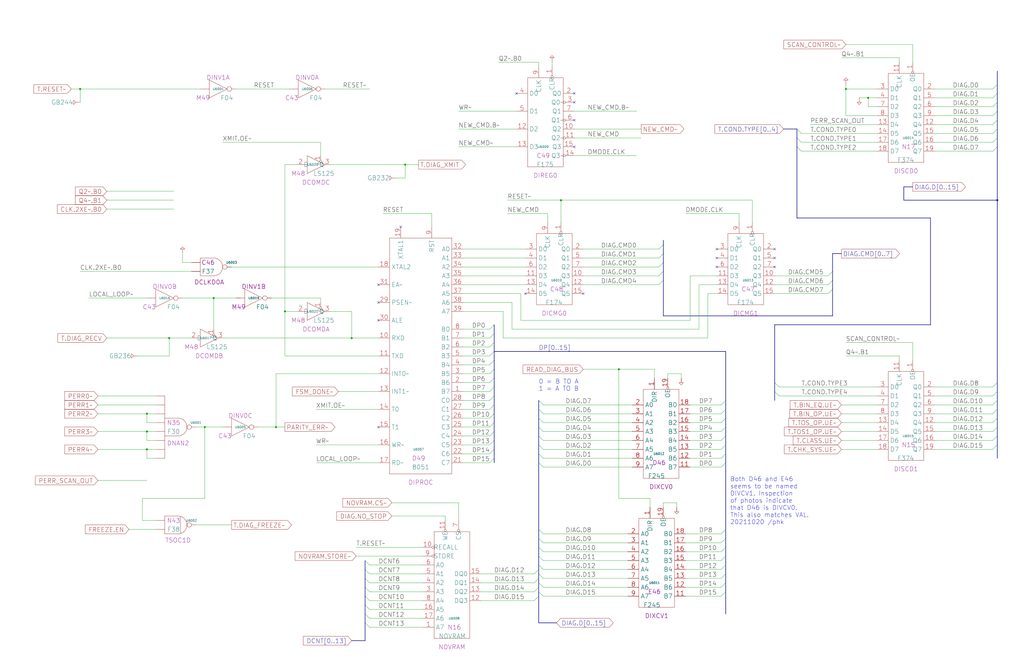
<source format=kicad_sch>
(kicad_sch (version 20250114) (generator "eeschema") (generator_version "9.0")
  (paper "User" 584.2 378.46)
  (title_block (title "DIAGNOSTIC PROCESSOR\\n8051 AND NOVRAM") (date "15-MAR-90") (rev "1.0") (comment 1 "TYPE") (comment 2 "232-003062") (comment 3 "S400") (comment 4 "RELEASED"))
  (text "Both D46 and E46\nseems to be named\nDIVCV1. Inspection\nof photos indicate\nthat D46 is DIVCV0.\nThis also matches VAL.\n20211020 /phk " (at 416.56 299.72 0) (effects (font (size 2.54 2.54)) (justify left bottom)))
  (text "0 = B TO A\n1 = A TO B\n" (at 307.34 223.52 0) (effects (font (size 2.54 2.54)) (justify left bottom)))
  (junction (at 45.72 50.8))
  (junction (at 116.84 243.84))
  (junction (at 157.48 243.84))
  (junction (at 83.82 256.54))
  (junction (at 200.66 193.04))
  (junction (at 495.3 55.88))
  (junction (at 83.82 236.22))
  (junction (at 482.6 50.8))
  (junction (at 121.92 170.18))
  (junction (at 320.04 114.3))
  (junction (at 162.56 177.8))
  (junction (at 353.06 210.82))
  (junction (at 231.14 93.98))
  (junction (at 83.82 246.38))
  (junction (at 568.96 114.3))
  (junction (at 96.52 193.04))
  (no_connect (at 215.9 162.56))
  (no_connect (at 332.74 167.64))
  (no_connect (at 441.96 142.24))
  (no_connect (at 215.9 182.88))
  (no_connect (at 228.6 129.54))
  (no_connect (at 408.94 152.4))
  (no_connect (at 299.72 167.64))
  (no_connect (at 327.66 58.42))
  (no_connect (at 408.94 147.32))
  (no_connect (at 408.94 142.24))
  (no_connect (at 441.96 147.32))
  (no_connect (at 215.9 172.72))
  (no_connect (at 441.96 152.4))
  (no_connect (at 215.9 243.84))
  (no_connect (at 327.66 53.34))
  (no_connect (at 327.66 68.58))
  (no_connect (at 327.66 83.82))
  (no_connect (at 294.64 53.34))
  (bus_entry (at 414.02 317.5) (size -2.54 2.54))
  (bus_entry (at 414.02 248.92) (size -2.54 2.54))
  (bus_entry (at 414.02 243.84) (size -2.54 2.54))
  (bus_entry (at 208.28 325.12) (size 2.54 2.54))
  (bus_entry (at 441.96 218.44) (size 2.54 2.54))
  (bus_entry (at 307.34 228.6) (size 2.54 2.54))
  (bus_entry (at 307.34 332.74) (size 2.54 2.54))
  (bus_entry (at 568.96 254) (size -2.54 2.54))
  (bus_entry (at 307.34 243.84) (size 2.54 2.54))
  (bus_entry (at 281.94 251.46) (size -2.54 2.54))
  (bus_entry (at 414.02 332.74) (size -2.54 2.54))
  (bus_entry (at 307.34 335.28) (size -2.54 2.54))
  (bus_entry (at 307.34 259.08) (size 2.54 2.54))
  (bus_entry (at 378.46 139.7) (size -2.54 2.54))
  (bus_entry (at 414.02 322.58) (size -2.54 2.54))
  (bus_entry (at 208.28 345.44) (size 2.54 2.54))
  (bus_entry (at 414.02 228.6) (size -2.54 2.54))
  (bus_entry (at 281.94 195.58) (size -2.54 2.54))
  (bus_entry (at 568.96 58.42) (size -2.54 2.54))
  (bus_entry (at 307.34 340.36) (size -2.54 2.54))
  (bus_entry (at 414.02 233.68) (size -2.54 2.54))
  (bus_entry (at 568.96 63.5) (size -2.54 2.54))
  (bus_entry (at 307.34 312.42) (size 2.54 2.54))
  (bus_entry (at 414.02 254) (size -2.54 2.54))
  (bus_entry (at 414.02 264.16) (size -2.54 2.54))
  (bus_entry (at 414.02 337.82) (size -2.54 2.54))
  (bus_entry (at 454.66 83.82) (size 2.54 2.54))
  (bus_entry (at 454.66 73.66) (size 2.54 2.54))
  (bus_entry (at 454.66 78.74) (size 2.54 2.54))
  (bus_entry (at 281.94 220.98) (size -2.54 2.54))
  (bus_entry (at 307.34 317.5) (size 2.54 2.54))
  (bus_entry (at 414.02 312.42) (size -2.54 2.54))
  (bus_entry (at 208.28 335.28) (size 2.54 2.54))
  (bus_entry (at 474.98 154.94) (size -2.54 2.54))
  (bus_entry (at 568.96 243.84) (size -2.54 2.54))
  (bus_entry (at 281.94 246.38) (size -2.54 2.54))
  (bus_entry (at 378.46 160.02) (size -2.54 2.54))
  (bus_entry (at 208.28 320.04) (size 2.54 2.54))
  (bus_entry (at 378.46 144.78) (size -2.54 2.54))
  (bus_entry (at 281.94 256.54) (size -2.54 2.54))
  (bus_entry (at 307.34 307.34) (size 2.54 2.54))
  (bus_entry (at 307.34 238.76) (size 2.54 2.54))
  (bus_entry (at 378.46 149.86) (size -2.54 2.54))
  (bus_entry (at 281.94 200.66) (size -2.54 2.54))
  (bus_entry (at 414.02 327.66) (size -2.54 2.54))
  (bus_entry (at 281.94 185.42) (size -2.54 2.54))
  (bus_entry (at 208.28 340.36) (size 2.54 2.54))
  (bus_entry (at 307.34 325.12) (size -2.54 2.54))
  (bus_entry (at 281.94 205.74) (size -2.54 2.54))
  (bus_entry (at 307.34 264.16) (size 2.54 2.54))
  (bus_entry (at 307.34 254) (size 2.54 2.54))
  (bus_entry (at 568.96 73.66) (size -2.54 2.54))
  (bus_entry (at 568.96 233.68) (size -2.54 2.54))
  (bus_entry (at 474.98 160.02) (size -2.54 2.54))
  (bus_entry (at 281.94 215.9) (size -2.54 2.54))
  (bus_entry (at 568.96 78.74) (size -2.54 2.54))
  (bus_entry (at 307.34 322.58) (size 2.54 2.54))
  (bus_entry (at 568.96 53.34) (size -2.54 2.54))
  (bus_entry (at 474.98 165.1) (size -2.54 2.54))
  (bus_entry (at 281.94 236.22) (size -2.54 2.54))
  (bus_entry (at 568.96 228.6) (size -2.54 2.54))
  (bus_entry (at 568.96 48.26) (size -2.54 2.54))
  (bus_entry (at 307.34 337.82) (size 2.54 2.54))
  (bus_entry (at 441.96 223.52) (size 2.54 2.54))
  (bus_entry (at 414.02 238.76) (size -2.54 2.54))
  (bus_entry (at 281.94 210.82) (size -2.54 2.54))
  (bus_entry (at 208.28 330.2) (size 2.54 2.54))
  (bus_entry (at 307.34 248.92) (size 2.54 2.54))
  (bus_entry (at 568.96 83.82) (size -2.54 2.54))
  (bus_entry (at 568.96 248.92) (size -2.54 2.54))
  (bus_entry (at 568.96 223.52) (size -2.54 2.54))
  (bus_entry (at 307.34 330.2) (size -2.54 2.54))
  (bus_entry (at 208.28 355.6) (size 2.54 2.54))
  (bus_entry (at 281.94 231.14) (size -2.54 2.54))
  (bus_entry (at 281.94 190.5) (size -2.54 2.54))
  (bus_entry (at 378.46 154.94) (size -2.54 2.54))
  (bus_entry (at 281.94 226.06) (size -2.54 2.54))
  (bus_entry (at 307.34 302.26) (size 2.54 2.54))
  (bus_entry (at 281.94 241.3) (size -2.54 2.54))
  (bus_entry (at 568.96 218.44) (size -2.54 2.54))
  (bus_entry (at 307.34 327.66) (size 2.54 2.54))
  (bus_entry (at 414.02 307.34) (size -2.54 2.54))
  (bus_entry (at 307.34 233.68) (size 2.54 2.54))
  (bus_entry (at 414.02 259.08) (size -2.54 2.54))
  (bus_entry (at 568.96 238.76) (size -2.54 2.54))
  (bus_entry (at 568.96 68.58) (size -2.54 2.54))
  (bus_entry (at 208.28 350.52) (size 2.54 2.54))
  (bus_entry (at 414.02 302.26) (size -2.54 2.54))
  (bus_entry (at 281.94 261.62) (size -2.54 2.54))
  (wire (pts (xy 513.08 205.74) (xy 513.08 203.2)))
  (wire (pts (xy 210.82 327.66) (xy 241.3 327.66)))
  (bus (pts (xy 307.34 259.08) (xy 307.34 264.16)))
  (bus (pts (xy 281.94 256.54) (xy 281.94 261.62)))
  (wire (pts (xy 264.16 162.56) (xy 299.72 162.56)))
  (wire (pts (xy 309.88 330.2) (xy 358.14 330.2)))
  (wire (pts (xy 309.88 314.96) (xy 358.14 314.96)))
  (wire (pts (xy 327.66 63.5) (xy 363.22 63.5)))
  (wire (pts (xy 332.74 157.48) (xy 375.92 157.48)))
  (bus (pts (xy 474.98 165.1) (xy 474.98 180.34)))
  (wire (pts (xy 264.16 238.76) (xy 279.4 238.76)))
  (bus (pts (xy 281.94 261.62) (xy 281.94 264.16)))
  (wire (pts (xy 203.2 317.5) (xy 241.3 317.5)))
  (bus (pts (xy 281.94 246.38) (xy 281.94 251.46)))
  (bus (pts (xy 414.02 322.58) (xy 414.02 327.66)))
  (bus (pts (xy 414.02 312.42) (xy 414.02 317.5)))
  (wire (pts (xy 441.96 157.48) (xy 472.44 157.48)))
  (bus (pts (xy 414.02 317.5) (xy 414.02 322.58)))
  (bus (pts (xy 281.94 200.66) (xy 281.94 205.74)))
  (bus (pts (xy 208.28 335.28) (xy 208.28 340.36)))
  (bus (pts (xy 307.34 307.34) (xy 307.34 312.42)))
  (wire (pts (xy 309.88 340.36) (xy 358.14 340.36)))
  (wire (pts (xy 104.14 149.86) (xy 104.14 144.78)))
  (bus (pts (xy 568.96 58.42) (xy 568.96 63.5)))
  (bus (pts (xy 441.96 218.44) (xy 441.96 223.52)))
  (wire (pts (xy 60.96 119.38) (xy 99.06 119.38)))
  (wire (pts (xy 520.7 195.58) (xy 482.6 195.58)))
  (wire (pts (xy 533.4 251.46) (xy 566.42 251.46)))
  (bus (pts (xy 474.98 154.94) (xy 474.98 160.02)))
  (wire (pts (xy 81.28 284.48) (xy 116.84 284.48)))
  (wire (pts (xy 73.66 302.26) (xy 88.9 302.26)))
  (wire (pts (xy 533.4 220.98) (xy 566.42 220.98)))
  (wire (pts (xy 393.7 241.3) (xy 411.48 241.3)))
  (wire (pts (xy 162.56 203.2) (xy 215.9 203.2)))
  (wire (pts (xy 261.62 63.5) (xy 294.64 63.5)))
  (wire (pts (xy 533.4 236.22) (xy 566.42 236.22)))
  (wire (pts (xy 320.04 114.3) (xy 429.26 114.3)))
  (wire (pts (xy 391.16 325.12) (xy 411.48 325.12)))
  (bus (pts (xy 454.66 78.74) (xy 454.66 83.82)))
  (wire (pts (xy 533.4 81.28) (xy 566.42 81.28)))
  (wire (pts (xy 210.82 358.14) (xy 241.3 358.14)))
  (wire (pts (xy 111.76 243.84) (xy 116.84 243.84)))
  (wire (pts (xy 210.82 322.58) (xy 241.3 322.58)))
  (wire (pts (xy 121.92 170.18) (xy 134.62 170.18)))
  (bus (pts (xy 281.94 205.74) (xy 281.94 210.82)))
  (wire (pts (xy 60.96 109.22) (xy 99.06 109.22)))
  (bus (pts (xy 307.34 327.66) (xy 307.34 330.2)))
  (bus (pts (xy 414.02 200.66) (xy 414.02 228.6)))
  (wire (pts (xy 264.16 167.64) (xy 297.18 167.64)))
  (wire (pts (xy 309.88 309.88) (xy 358.14 309.88)))
  (bus (pts (xy 515.62 114.3) (xy 568.96 114.3)))
  (wire (pts (xy 121.92 170.18) (xy 121.92 187.96)))
  (wire (pts (xy 203.2 312.42) (xy 241.3 312.42)))
  (bus (pts (xy 307.34 228.6) (xy 307.34 233.68)))
  (bus (pts (xy 208.28 320.04) (xy 208.28 325.12)))
  (bus (pts (xy 568.96 114.3) (xy 568.96 218.44)))
  (wire (pts (xy 116.84 284.48) (xy 116.84 243.84)))
  (wire (pts (xy 327.66 78.74) (xy 365.76 78.74)))
  (wire (pts (xy 309.88 325.12) (xy 358.14 325.12)))
  (wire (pts (xy 284.48 35.56) (xy 307.34 35.56)))
  (wire (pts (xy 116.84 243.84) (xy 127 243.84)))
  (bus (pts (xy 307.34 335.28) (xy 307.34 337.82)))
  (wire (pts (xy 533.4 241.3) (xy 566.42 241.3)))
  (bus (pts (xy 281.94 210.82) (xy 281.94 215.9)))
  (wire (pts (xy 482.6 50.8) (xy 482.6 48.26)))
  (wire (pts (xy 482.6 66.04) (xy 482.6 50.8)))
  (bus (pts (xy 307.34 233.68) (xy 307.34 238.76)))
  (wire (pts (xy 309.88 320.04) (xy 358.14 320.04)))
  (wire (pts (xy 332.74 162.56) (xy 375.92 162.56)))
  (wire (pts (xy 393.7 231.14) (xy 411.48 231.14)))
  (bus (pts (xy 568.96 218.44) (xy 568.96 223.52)))
  (wire (pts (xy 274.32 332.74) (xy 304.8 332.74)))
  (bus (pts (xy 378.46 149.86) (xy 378.46 154.94)))
  (wire (pts (xy 533.4 256.54) (xy 566.42 256.54)))
  (wire (pts (xy 398.78 162.56) (xy 408.94 162.56)))
  (wire (pts (xy 429.26 127) (xy 429.26 114.3)))
  (bus (pts (xy 307.34 340.36) (xy 307.34 355.6)))
  (wire (pts (xy 264.16 213.36) (xy 279.4 213.36)))
  (bus (pts (xy 208.28 345.44) (xy 208.28 350.52)))
  (wire (pts (xy 60.96 193.04) (xy 96.52 193.04)))
  (wire (pts (xy 109.22 149.86) (xy 104.14 149.86)))
  (bus (pts (xy 281.94 200.66) (xy 414.02 200.66)))
  (wire (pts (xy 391.16 309.88) (xy 411.48 309.88)))
  (wire (pts (xy 312.42 127) (xy 312.42 121.92)))
  (bus (pts (xy 281.94 190.5) (xy 281.94 195.58)))
  (wire (pts (xy 480.06 33.02) (xy 513.08 33.02)))
  (bus (pts (xy 281.94 220.98) (xy 281.94 226.06)))
  (wire (pts (xy 403.86 167.64) (xy 408.94 167.64)))
  (bus (pts (xy 414.02 264.16) (xy 414.02 302.26)))
  (wire (pts (xy 533.4 246.38) (xy 566.42 246.38)))
  (wire (pts (xy 193.04 223.52) (xy 215.9 223.52)))
  (bus (pts (xy 414.02 327.66) (xy 414.02 332.74)))
  (wire (pts (xy 157.48 243.84) (xy 147.32 243.84)))
  (wire (pts (xy 83.82 236.22) (xy 88.9 236.22)))
  (bus (pts (xy 530.86 124.46) (xy 454.66 124.46)))
  (wire (pts (xy 500.38 66.04) (xy 482.6 66.04)))
  (wire (pts (xy 309.88 251.46) (xy 360.68 251.46)))
  (wire (pts (xy 264.16 233.68) (xy 279.4 233.68)))
  (wire (pts (xy 264.16 203.2) (xy 279.4 203.2)))
  (wire (pts (xy 55.88 274.32) (xy 83.82 274.32)))
  (wire (pts (xy 393.7 246.38) (xy 411.48 246.38)))
  (wire (pts (xy 180.34 233.68) (xy 215.9 233.68)))
  (wire (pts (xy 370.84 289.56) (xy 370.84 284.48)))
  (wire (pts (xy 215.9 213.36) (xy 157.48 213.36)))
  (bus (pts (xy 414.02 302.26) (xy 414.02 307.34)))
  (wire (pts (xy 297.18 182.88) (xy 393.7 182.88)))
  (wire (pts (xy 393.7 236.22) (xy 411.48 236.22)))
  (wire (pts (xy 480.06 231.14) (xy 500.38 231.14)))
  (wire (pts (xy 264.16 187.96) (xy 279.4 187.96)))
  (wire (pts (xy 210.82 332.74) (xy 241.3 332.74)))
  (bus (pts (xy 568.96 228.6) (xy 568.96 233.68)))
  (wire (pts (xy 96.52 193.04) (xy 109.22 193.04)))
  (bus (pts (xy 307.34 325.12) (xy 307.34 327.66)))
  (bus (pts (xy 414.02 332.74) (xy 414.02 337.82)))
  (bus (pts (xy 208.28 330.2) (xy 208.28 335.28)))
  (wire (pts (xy 391.16 330.2) (xy 411.48 330.2)))
  (bus (pts (xy 414.02 259.08) (xy 414.02 264.16)))
  (wire (pts (xy 421.64 127) (xy 421.64 121.92)))
  (wire (pts (xy 393.7 157.48) (xy 408.94 157.48)))
  (wire (pts (xy 81.28 297.18) (xy 81.28 284.48)))
  (wire (pts (xy 314.96 35.56) (xy 314.96 38.1)))
  (wire (pts (xy 373.38 210.82) (xy 353.06 210.82)))
  (wire (pts (xy 55.88 231.14) (xy 88.9 231.14)))
  (wire (pts (xy 264.16 259.08) (xy 279.4 259.08)))
  (wire (pts (xy 482.6 203.2) (xy 513.08 203.2)))
  (bus (pts (xy 568.96 254) (xy 568.96 261.62)))
  (bus (pts (xy 307.34 355.6) (xy 317.5 355.6)))
  (wire (pts (xy 533.4 226.06) (xy 566.42 226.06)))
  (bus (pts (xy 530.86 185.42) (xy 530.86 124.46)))
  (bus (pts (xy 441.96 223.52) (xy 441.96 228.6)))
  (bus (pts (xy 568.96 40.64) (xy 568.96 48.26)))
  (wire (pts (xy 309.88 246.38) (xy 360.68 246.38)))
  (wire (pts (xy 309.88 266.7) (xy 360.68 266.7)))
  (wire (pts (xy 261.62 73.66) (xy 294.64 73.66)))
  (wire (pts (xy 55.88 256.54) (xy 83.82 256.54)))
  (wire (pts (xy 55.88 246.38) (xy 83.82 246.38)))
  (wire (pts (xy 287.02 177.8) (xy 287.02 193.04)))
  (wire (pts (xy 391.16 335.28) (xy 411.48 335.28)))
  (wire (pts (xy 264.16 228.6) (xy 279.4 228.6)))
  (bus (pts (xy 414.02 243.84) (xy 414.02 248.92)))
  (wire (pts (xy 533.4 76.2) (xy 566.42 76.2)))
  (wire (pts (xy 520.7 35.56) (xy 520.7 25.4)))
  (wire (pts (xy 60.96 114.3) (xy 99.06 114.3)))
  (wire (pts (xy 480.06 256.54) (xy 500.38 256.54)))
  (wire (pts (xy 533.4 66.04) (xy 566.42 66.04)))
  (bus (pts (xy 568.96 83.82) (xy 568.96 114.3)))
  (wire (pts (xy 132.08 152.4) (xy 215.9 152.4)))
  (wire (pts (xy 490.22 55.88) (xy 495.3 55.88)))
  (wire (pts (xy 370.84 284.48) (xy 353.06 284.48)))
  (wire (pts (xy 533.4 60.96) (xy 566.42 60.96)))
  (wire (pts (xy 210.82 342.9) (xy 241.3 342.9)))
  (bus (pts (xy 378.46 137.16) (xy 378.46 139.7)))
  (wire (pts (xy 274.32 337.82) (xy 304.8 337.82)))
  (wire (pts (xy 373.38 215.9) (xy 373.38 210.82)))
  (bus (pts (xy 414.02 254) (xy 414.02 259.08)))
  (wire (pts (xy 480.06 236.22) (xy 500.38 236.22)))
  (wire (pts (xy 264.16 218.44) (xy 279.4 218.44)))
  (wire (pts (xy 457.2 86.36) (xy 500.38 86.36)))
  (wire (pts (xy 162.56 177.8) (xy 162.56 203.2)))
  (wire (pts (xy 391.16 340.36) (xy 411.48 340.36)))
  (bus (pts (xy 281.94 226.06) (xy 281.94 231.14)))
  (wire (pts (xy 393.7 182.88) (xy 393.7 157.48)))
  (bus (pts (xy 568.96 238.76) (xy 568.96 243.84)))
  (wire (pts (xy 264.16 142.24) (xy 299.72 142.24)))
  (bus (pts (xy 307.34 264.16) (xy 307.34 302.26)))
  (bus (pts (xy 307.34 332.74) (xy 307.34 335.28)))
  (wire (pts (xy 403.86 193.04) (xy 403.86 167.64)))
  (wire (pts (xy 127 81.28) (xy 182.88 81.28)))
  (wire (pts (xy 200.66 177.8) (xy 200.66 193.04)))
  (bus (pts (xy 378.46 160.02) (xy 378.46 180.34)))
  (wire (pts (xy 274.32 342.9) (xy 304.8 342.9)))
  (wire (pts (xy 480.06 241.3) (xy 500.38 241.3)))
  (wire (pts (xy 332.74 142.24) (xy 375.92 142.24)))
  (bus (pts (xy 307.34 302.26) (xy 307.34 307.34)))
  (wire (pts (xy 309.88 241.3) (xy 360.68 241.3)))
  (bus (pts (xy 568.96 243.84) (xy 568.96 248.92)))
  (wire (pts (xy 162.56 93.98) (xy 162.56 177.8)))
  (wire (pts (xy 180.34 264.16) (xy 215.9 264.16)))
  (wire (pts (xy 353.06 284.48) (xy 353.06 210.82)))
  (wire (pts (xy 83.82 246.38) (xy 88.9 246.38)))
  (bus (pts (xy 474.98 144.78) (xy 474.98 154.94)))
  (wire (pts (xy 180.34 254) (xy 215.9 254)))
  (bus (pts (xy 568.96 248.92) (xy 568.96 254)))
  (wire (pts (xy 391.16 304.8) (xy 411.48 304.8)))
  (wire (pts (xy 381 213.36) (xy 388.62 213.36)))
  (wire (pts (xy 264.16 198.12) (xy 279.4 198.12)))
  (bus (pts (xy 441.96 185.42) (xy 441.96 218.44)))
  (wire (pts (xy 157.48 213.36) (xy 157.48 243.84)))
  (bus (pts (xy 307.34 337.82) (xy 307.34 340.36)))
  (wire (pts (xy 378.46 289.56) (xy 378.46 287.02)))
  (wire (pts (xy 289.56 114.3) (xy 320.04 114.3)))
  (wire (pts (xy 381 215.9) (xy 381 213.36)))
  (bus (pts (xy 454.66 73.66) (xy 454.66 78.74)))
  (wire (pts (xy 231.14 101.6) (xy 231.14 93.98)))
  (bus (pts (xy 568.96 78.74) (xy 568.96 83.82)))
  (bus (pts (xy 281.94 236.22) (xy 281.94 241.3)))
  (bus (pts (xy 281.94 231.14) (xy 281.94 236.22)))
  (wire (pts (xy 50.8 170.18) (xy 83.82 170.18)))
  (bus (pts (xy 281.94 251.46) (xy 281.94 256.54)))
  (wire (pts (xy 264.16 147.32) (xy 299.72 147.32)))
  (bus (pts (xy 281.94 241.3) (xy 281.94 246.38)))
  (wire (pts (xy 157.48 243.84) (xy 162.56 243.84)))
  (wire (pts (xy 513.08 35.56) (xy 513.08 33.02)))
  (wire (pts (xy 393.7 256.54) (xy 411.48 256.54)))
  (bus (pts (xy 208.28 355.6) (xy 208.28 365.76)))
  (wire (pts (xy 88.9 251.46) (xy 83.82 251.46)))
  (bus (pts (xy 281.94 185.42) (xy 281.94 190.5)))
  (wire (pts (xy 391.16 121.92) (xy 421.64 121.92)))
  (wire (pts (xy 96.52 203.2) (xy 96.52 193.04)))
  (wire (pts (xy 45.72 50.8) (xy 45.72 58.42)))
  (wire (pts (xy 162.56 177.8) (xy 170.18 177.8)))
  (bus (pts (xy 568.96 53.34) (xy 568.96 58.42)))
  (wire (pts (xy 480.06 251.46) (xy 500.38 251.46)))
  (wire (pts (xy 533.4 71.12) (xy 566.42 71.12)))
  (wire (pts (xy 104.14 170.18) (xy 121.92 170.18)))
  (wire (pts (xy 182.88 170.18) (xy 182.88 172.72)))
  (wire (pts (xy 495.3 60.96) (xy 495.3 55.88)))
  (wire (pts (xy 482.6 50.8) (xy 500.38 50.8)))
  (wire (pts (xy 388.62 213.36) (xy 388.62 215.9)))
  (wire (pts (xy 187.96 177.8) (xy 200.66 177.8)))
  (wire (pts (xy 297.18 167.64) (xy 297.18 182.88)))
  (wire (pts (xy 55.88 226.06) (xy 88.9 226.06)))
  (wire (pts (xy 533.4 50.8) (xy 566.42 50.8)))
  (wire (pts (xy 83.82 261.62) (xy 83.82 256.54)))
  (bus (pts (xy 515.62 106.68) (xy 515.62 114.3)))
  (bus (pts (xy 414.02 228.6) (xy 414.02 233.68)))
  (wire (pts (xy 264.16 248.92) (xy 279.4 248.92)))
  (wire (pts (xy 231.14 93.98) (xy 238.76 93.98)))
  (wire (pts (xy 246.38 121.92) (xy 218.44 121.92)))
  (bus (pts (xy 414.02 238.76) (xy 414.02 243.84)))
  (wire (pts (xy 170.18 93.98) (xy 162.56 93.98)))
  (wire (pts (xy 185.42 50.8) (xy 210.82 50.8)))
  (wire (pts (xy 40.64 50.8) (xy 45.72 50.8)))
  (bus (pts (xy 208.28 340.36) (xy 208.28 345.44)))
  (wire (pts (xy 264.16 208.28) (xy 279.4 208.28)))
  (bus (pts (xy 447.04 73.66) (xy 454.66 73.66)))
  (wire (pts (xy 292.1 187.96) (xy 398.78 187.96)))
  (bus (pts (xy 454.66 83.82) (xy 454.66 124.46)))
  (wire (pts (xy 441.96 167.64) (xy 472.44 167.64)))
  (bus (pts (xy 414.02 307.34) (xy 414.02 312.42)))
  (bus (pts (xy 378.46 144.78) (xy 378.46 149.86)))
  (bus (pts (xy 378.46 180.34) (xy 474.98 180.34)))
  (wire (pts (xy 287.02 193.04) (xy 403.86 193.04)))
  (wire (pts (xy 111.76 299.72) (xy 132.08 299.72)))
  (wire (pts (xy 261.62 287.02) (xy 261.62 297.18)))
  (bus (pts (xy 568.96 68.58) (xy 568.96 73.66)))
  (wire (pts (xy 520.7 205.74) (xy 520.7 195.58)))
  (bus (pts (xy 281.94 195.58) (xy 281.94 200.66)))
  (bus (pts (xy 568.96 48.26) (xy 568.96 53.34)))
  (wire (pts (xy 309.88 261.62) (xy 360.68 261.62)))
  (bus (pts (xy 307.34 243.84) (xy 307.34 248.92)))
  (wire (pts (xy 457.2 81.28) (xy 500.38 81.28)))
  (wire (pts (xy 83.82 241.3) (xy 83.82 236.22)))
  (bus (pts (xy 208.28 325.12) (xy 208.28 330.2)))
  (bus (pts (xy 307.34 322.58) (xy 307.34 325.12)))
  (wire (pts (xy 378.46 287.02) (xy 386.08 287.02)))
  (wire (pts (xy 495.3 55.88) (xy 500.38 55.88)))
  (wire (pts (xy 332.74 152.4) (xy 375.92 152.4)))
  (wire (pts (xy 480.06 246.38) (xy 500.38 246.38)))
  (wire (pts (xy 223.52 294.64) (xy 254 294.64)))
  (bus (pts (xy 568.96 73.66) (xy 568.96 78.74)))
  (wire (pts (xy 134.62 50.8) (xy 165.1 50.8)))
  (wire (pts (xy 444.5 226.06) (xy 500.38 226.06)))
  (bus (pts (xy 414.02 233.68) (xy 414.02 238.76)))
  (wire (pts (xy 223.52 287.02) (xy 261.62 287.02)))
  (bus (pts (xy 378.46 139.7) (xy 378.46 144.78)))
  (bus (pts (xy 378.46 154.94) (xy 378.46 160.02)))
  (wire (pts (xy 533.4 55.88) (xy 566.42 55.88)))
  (wire (pts (xy 332.74 147.32) (xy 375.92 147.32)))
  (wire (pts (xy 187.96 93.98) (xy 231.14 93.98)))
  (bus (pts (xy 414.02 248.92) (xy 414.02 254)))
  (wire (pts (xy 353.06 210.82) (xy 332.74 210.82)))
  (bus (pts (xy 307.34 312.42) (xy 307.34 317.5)))
  (wire (pts (xy 246.38 129.54) (xy 246.38 121.92)))
  (wire (pts (xy 292.1 172.72) (xy 292.1 187.96)))
  (wire (pts (xy 264.16 172.72) (xy 292.1 172.72)))
  (wire (pts (xy 393.7 261.62) (xy 411.48 261.62)))
  (wire (pts (xy 462.28 71.12) (xy 500.38 71.12)))
  (wire (pts (xy 391.16 320.04) (xy 411.48 320.04)))
  (wire (pts (xy 210.82 353.06) (xy 241.3 353.06)))
  (bus (pts (xy 307.34 248.92) (xy 307.34 254)))
  (bus (pts (xy 474.98 160.02) (xy 474.98 165.1)))
  (wire (pts (xy 264.16 243.84) (xy 279.4 243.84)))
  (bus (pts (xy 307.34 254) (xy 307.34 259.08)))
  (wire (pts (xy 320.04 114.3) (xy 320.04 127)))
  (bus (pts (xy 474.98 144.78) (xy 480.06 144.78)))
  (bus (pts (xy 307.34 317.5) (xy 307.34 322.58)))
  (wire (pts (xy 533.4 231.14) (xy 566.42 231.14)))
  (wire (pts (xy 386.08 287.02) (xy 386.08 289.56)))
  (wire (pts (xy 45.72 154.94) (xy 109.22 154.94)))
  (wire (pts (xy 88.9 297.18) (xy 81.28 297.18)))
  (wire (pts (xy 441.96 162.56) (xy 472.44 162.56)))
  (wire (pts (xy 309.88 231.14) (xy 360.68 231.14)))
  (wire (pts (xy 45.72 50.8) (xy 114.3 50.8)))
  (wire (pts (xy 226.06 101.6) (xy 231.14 101.6)))
  (bus (pts (xy 441.96 185.42) (xy 530.86 185.42)))
  (wire (pts (xy 261.62 83.82) (xy 294.64 83.82)))
  (wire (pts (xy 309.88 335.28) (xy 358.14 335.28)))
  (wire (pts (xy 327.66 73.66) (xy 365.76 73.66)))
  (wire (pts (xy 154.94 170.18) (xy 182.88 170.18)))
  (bus (pts (xy 200.66 365.76) (xy 208.28 365.76)))
  (wire (pts (xy 264.16 264.16) (xy 279.4 264.16)))
  (bus (pts (xy 414.02 337.82) (xy 414.02 350.52)))
  (wire (pts (xy 210.82 347.98) (xy 241.3 347.98)))
  (wire (pts (xy 55.88 236.22) (xy 83.82 236.22)))
  (bus (pts (xy 307.34 330.2) (xy 307.34 332.74)))
  (wire (pts (xy 391.16 314.96) (xy 411.48 314.96)))
  (bus (pts (xy 520.7 106.68) (xy 515.62 106.68)))
  (bus (pts (xy 568.96 63.5) (xy 568.96 68.58)))
  (wire (pts (xy 264.16 177.8) (xy 287.02 177.8)))
  (wire (pts (xy 83.82 251.46) (xy 83.82 246.38)))
  (bus (pts (xy 281.94 215.9) (xy 281.94 220.98)))
  (wire (pts (xy 210.82 337.82) (xy 241.3 337.82)))
  (wire (pts (xy 264.16 152.4) (xy 299.72 152.4)))
  (wire (pts (xy 83.82 256.54) (xy 88.9 256.54)))
  (bus (pts (xy 568.96 223.52) (xy 568.96 228.6)))
  (wire (pts (xy 88.9 261.62) (xy 83.82 261.62)))
  (wire (pts (xy 127 193.04) (xy 200.66 193.04)))
  (wire (pts (xy 200.66 193.04) (xy 215.9 193.04)))
  (wire (pts (xy 307.34 38.1) (xy 307.34 35.56)))
  (wire (pts (xy 444.5 220.98) (xy 500.38 220.98)))
  (wire (pts (xy 182.88 81.28) (xy 182.88 88.9)))
  (wire (pts (xy 264.16 254) (xy 279.4 254)))
  (wire (pts (xy 78.74 203.2) (xy 96.52 203.2)))
  (wire (pts (xy 457.2 76.2) (xy 500.38 76.2)))
  (bus (pts (xy 568.96 233.68) (xy 568.96 238.76)))
  (wire (pts (xy 264.16 193.04) (xy 279.4 193.04)))
  (wire (pts (xy 264.16 157.48) (xy 299.72 157.48)))
  (wire (pts (xy 327.66 88.9) (xy 363.22 88.9)))
  (wire (pts (xy 289.56 121.92) (xy 312.42 121.92)))
  (wire (pts (xy 309.88 304.8) (xy 358.14 304.8)))
  (wire (pts (xy 393.7 251.46) (xy 411.48 251.46)))
  (bus (pts (xy 307.34 238.76) (xy 307.34 243.84)))
  (wire (pts (xy 274.32 327.66) (xy 304.8 327.66)))
  (wire (pts (xy 88.9 241.3) (xy 83.82 241.3)))
  (wire (pts (xy 500.38 60.96) (xy 495.3 60.96)))
  (wire (pts (xy 264.16 223.52) (xy 279.4 223.52)))
  (wire (pts (xy 393.7 266.7) (xy 411.48 266.7)))
  (wire (pts (xy 309.88 236.22) (xy 360.68 236.22)))
  (wire (pts (xy 398.78 187.96) (xy 398.78 162.56)))
  (bus (pts (xy 208.28 350.52) (xy 208.28 355.6)))
  (wire (pts (xy 254 297.18) (xy 254 294.64)))
  (wire (pts (xy 533.4 86.36) (xy 566.42 86.36)))
  (wire (pts (xy 482.6 25.4) (xy 520.7 25.4)))
  (wire (pts (xy 309.88 256.54) (xy 360.68 256.54)))
  (label "DIAG.D1" (at 322.58 261.62 0) (effects (font (size 2.54 2.54))))
  (label "RESET~" (at 289.56 114.3 0) (effects (font (size 2.54 2.54))))
  (label "WR~" (at 180.34 254 0) (effects (font (size 2.54 2.54))))
  (label "RESET" (at 218.44 121.92 0) (effects (font (size 2.54 2.54))))
  (label "DIAG.D10" (at 322.58 314.96 0) (effects (font (size 2.54 2.54))))
  (label "DP1" (at 398.78 261.62 0) (effects (font (size 2.54 2.54))))
  (label "DP14" (at 398.78 335.28 0) (effects (font (size 2.54 2.54))))
  (label "DP12" (at 398.78 325.12 0) (effects (font (size 2.54 2.54))))
  (label "DIAG.D13" (at 543.56 246.38 0) (effects (font (size 2.54 2.54))))
  (label "DP8" (at 398.78 304.8 0) (effects (font (size 2.54 2.54))))
  (label "DP[0..15]" (at 307.34 200.66 0) (effects (font (size 2.54 2.54))))
  (label "DP7" (at 269.24 223.52 0) (effects (font (size 2.54 2.54))))
  (label "DIAG.D6" (at 322.58 236.22 0) (effects (font (size 2.54 2.54))))
  (label "DP9" (at 269.24 233.68 0) (effects (font (size 2.54 2.54))))
  (label "DP13" (at 269.24 254 0) (effects (font (size 2.54 2.54))))
  (label "DP6" (at 398.78 236.22 0) (effects (font (size 2.54 2.54))))
  (label "DIAG.D12" (at 543.56 241.3 0) (effects (font (size 2.54 2.54))))
  (label "DP15" (at 398.78 340.36 0) (effects (font (size 2.54 2.54))))
  (label "DIAG.D3" (at 543.56 66.04 0) (effects (font (size 2.54 2.54))))
  (label "RESET~" (at 195.58 50.8 0) (effects (font (size 2.54 2.54))))
  (label "XMIT.OE~" (at 180.34 233.68 0) (effects (font (size 2.54 2.54))))
  (label "DIAG.D2" (at 543.56 60.96 0) (effects (font (size 2.54 2.54))))
  (label "LOCAL_LOOP~" (at 50.8 170.18 0) (effects (font (size 2.54 2.54))))
  (label "DIAG.D9" (at 543.56 226.06 0) (effects (font (size 2.54 2.54))))
  (label "DIAG.D13" (at 322.58 330.2 0) (effects (font (size 2.54 2.54))))
  (label "DP2" (at 398.78 256.54 0) (effects (font (size 2.54 2.54))))
  (label "DIAG.D6" (at 543.56 81.28 0) (effects (font (size 2.54 2.54))))
  (label "DIAG.CMD0" (at 342.9 142.24 0) (effects (font (size 2.54 2.54))))
  (label "CLK.2XE~.B0" (at 45.72 154.94 0) (effects (font (size 2.54 2.54))))
  (label "DP2" (at 269.24 198.12 0) (effects (font (size 2.54 2.54))))
  (label "DIAG.CMD1" (at 342.9 147.32 0) (effects (font (size 2.54 2.54))))
  (label "DIAG.D12" (at 281.94 327.66 0) (effects (font (size 2.54 2.54))))
  (label "DP5" (at 398.78 241.3 0) (effects (font (size 2.54 2.54))))
  (label "NEW_CMD" (at 289.56 121.92 0) (effects (font (size 2.54 2.54))))
  (label "DIAG.D8" (at 322.58 304.8 0) (effects (font (size 2.54 2.54))))
  (label "DP0" (at 398.78 266.7 0) (effects (font (size 2.54 2.54))))
  (label "T.COND.TYPE2" (at 462.28 86.36 0) (effects (font (size 2.54 2.54))))
  (label "DP13" (at 398.78 330.2 0) (effects (font (size 2.54 2.54))))
  (label "NEW_CMD" (at 335.28 78.74 0) (effects (font (size 2.54 2.54))))
  (label "DIAG.CMD7" (at 449.58 167.64 0) (effects (font (size 2.54 2.54))))
  (label "DIAG.D2" (at 322.58 256.54 0) (effects (font (size 2.54 2.54))))
  (label "DIAG.D15" (at 322.58 340.36 0) (effects (font (size 2.54 2.54))))
  (label "DCNT8" (at 215.9 332.74 0) (effects (font (size 2.54 2.54))))
  (label "LOCAL_LOOP~" (at 180.34 264.16 0) (effects (font (size 2.54 2.54))))
  (label "T.COND.TYPE0" (at 462.28 76.2 0) (effects (font (size 2.54 2.54))))
  (label "DIAG.D1" (at 543.56 55.88 0) (effects (font (size 2.54 2.54))))
  (label "DP4" (at 269.24 208.28 0) (effects (font (size 2.54 2.54))))
  (label "NEW_CMD.B~" (at 335.28 63.5 0) (effects (font (size 2.54 2.54))))
  (label "DIAG.D0" (at 543.56 50.8 0) (effects (font (size 2.54 2.54))))
  (label "DP1" (at 269.24 193.04 0) (effects (font (size 2.54 2.54))))
  (label "T.RESET~" (at 203.2 312.42 0) (effects (font (size 2.54 2.54))))
  (label "PERR_SCAN_OUT" (at 462.28 71.12 0) (effects (font (size 2.54 2.54))))
  (label "DP11" (at 269.24 243.84 0) (effects (font (size 2.54 2.54))))
  (label "DIAG.D15" (at 281.94 342.9 0) (effects (font (size 2.54 2.54))))
  (label "DCNT10" (at 215.9 342.9 0) (effects (font (size 2.54 2.54))))
  (label "DCNT9" (at 215.9 337.82 0) (effects (font (size 2.54 2.54))))
  (label "DIAG.D7" (at 543.56 86.36 0) (effects (font (size 2.54 2.54))))
  (label "DIAG.CMD3" (at 342.9 157.48 0) (effects (font (size 2.54 2.54))))
  (label "DIAG.D5" (at 543.56 76.2 0) (effects (font (size 2.54 2.54))))
  (label "DP8" (at 269.24 228.6 0) (effects (font (size 2.54 2.54))))
  (label "DIAG.D5" (at 322.58 241.3 0) (effects (font (size 2.54 2.54))))
  (label "DP11" (at 398.78 320.04 0) (effects (font (size 2.54 2.54))))
  (label "DIAG.D7" (at 322.58 231.14 0) (effects (font (size 2.54 2.54))))
  (label "DIAG.D13" (at 281.94 332.74 0) (effects (font (size 2.54 2.54))))
  (label "DP14" (at 269.24 259.08 0) (effects (font (size 2.54 2.54))))
  (label "DIAG.D8" (at 543.56 220.98 0) (effects (font (size 2.54 2.54))))
  (label "XMIT.OE~" (at 127 81.28 0) (effects (font (size 2.54 2.54))))
  (label "DCNT11" (at 215.9 347.98 0) (effects (font (size 2.54 2.54))))
  (label "DIAG.D15" (at 543.56 256.54 0) (effects (font (size 2.54 2.54))))
  (label "DIAG.D11" (at 322.58 320.04 0) (effects (font (size 2.54 2.54))))
  (label "DMODE.CLK" (at 391.16 121.92 0) (effects (font (size 2.54 2.54))))
  (label "WR~" (at 261.62 63.5 0) (effects (font (size 2.54 2.54))))
  (label "DCNT12" (at 215.9 353.06 0) (effects (font (size 2.54 2.54))))
  (label "DIAG.D14" (at 281.94 337.82 0) (effects (font (size 2.54 2.54))))
  (label "DIAG.D12" (at 322.58 325.12 0) (effects (font (size 2.54 2.54))))
  (label "DP9" (at 398.78 309.88 0) (effects (font (size 2.54 2.54))))
  (label "NEW_CMD.B~" (at 261.62 73.66 0) (effects (font (size 2.54 2.54))))
  (label "DCNT6" (at 215.9 322.58 0) (effects (font (size 2.54 2.54))))
  (label "DP7" (at 398.78 231.14 0) (effects (font (size 2.54 2.54))))
  (label "DP15" (at 269.24 264.16 0) (effects (font (size 2.54 2.54))))
  (label "DIAG.D0" (at 322.58 266.7 0) (effects (font (size 2.54 2.54))))
  (label "DCNT7" (at 215.9 327.66 0) (effects (font (size 2.54 2.54))))
  (label "RESET" (at 144.78 50.8 0) (effects (font (size 2.54 2.54))))
  (label "Q4~.B1" (at 480.06 33.02 0) (effects (font (size 2.54 2.54))))
  (label "DIAG.D14" (at 543.56 251.46 0) (effects (font (size 2.54 2.54))))
  (label "DP6" (at 269.24 218.44 0) (effects (font (size 2.54 2.54))))
  (label "SCAN_CONTROL~" (at 482.6 195.58 0) (effects (font (size 2.54 2.54))))
  (label "DMODE.CLK" (at 335.28 88.9 0) (effects (font (size 2.54 2.54))))
  (label "DIAG.D3" (at 322.58 251.46 0) (effects (font (size 2.54 2.54))))
  (label "DIAG.D4" (at 322.58 246.38 0) (effects (font (size 2.54 2.54))))
  (label "DP3" (at 398.78 251.46 0) (effects (font (size 2.54 2.54))))
  (label "DP5" (at 269.24 213.36 0) (effects (font (size 2.54 2.54))))
  (label "DP10" (at 398.78 314.96 0) (effects (font (size 2.54 2.54))))
  (label "DIAG.D14" (at 322.58 335.28 0) (effects (font (size 2.54 2.54))))
  (label "DP4" (at 398.78 246.38 0) (effects (font (size 2.54 2.54))))
  (label "DIAG.D10" (at 543.56 231.14 0) (effects (font (size 2.54 2.54))))
  (label "DIAG.D9" (at 322.58 309.88 0) (effects (font (size 2.54 2.54))))
  (label "DP3" (at 269.24 203.2 0) (effects (font (size 2.54 2.54))))
  (label "Q4~.B1" (at 482.6 203.2 0) (effects (font (size 2.54 2.54))))
  (label "DIAG.D4" (at 543.56 71.12 0) (effects (font (size 2.54 2.54))))
  (label "NEW_CMD~" (at 261.62 83.82 0) (effects (font (size 2.54 2.54))))
  (label "DP12" (at 269.24 248.92 0) (effects (font (size 2.54 2.54))))
  (label "DP10" (at 269.24 238.76 0) (effects (font (size 2.54 2.54))))
  (label "DCNT13" (at 215.9 358.14 0) (effects (font (size 2.54 2.54))))
  (label "DIAG.CMD4" (at 342.9 162.56 0) (effects (font (size 2.54 2.54))))
  (label "T.COND.TYPE4" (at 457.2 226.06 0) (effects (font (size 2.54 2.54))))
  (label "Q2~.B0" (at 284.48 35.56 0) (effects (font (size 2.54 2.54))))
  (label "T.COND.TYPE1" (at 462.28 81.28 0) (effects (font (size 2.54 2.54))))
  (label "DIAG.D11" (at 543.56 236.22 0) (effects (font (size 2.54 2.54))))
  (label "DIAG.CMD2" (at 342.9 152.4 0) (effects (font (size 2.54 2.54))))
  (label "DIAG.CMD6" (at 449.58 162.56 0) (effects (font (size 2.54 2.54))))
  (label "T.COND.TYPE3" (at 457.2 220.98 0) (effects (font (size 2.54 2.54))))
  (label "DP0" (at 269.24 187.96 0) (effects (font (size 2.54 2.54))))
  (label "DIAG.CMD5" (at 449.58 157.48 0) (effects (font (size 2.54 2.54))))
  (global_label "NOVRAM.CS~" (shape input) (at 223.52 287.02 180) (effects (font (size 2.54 2.54))) (property "Intersheetrefs" "${INTERSHEET_REFS}" (at 195.7826 286.8613 0) (effects (font (size 1.905 1.905)) (justify right))))
  (global_label "PARITY_ERR~" (shape output) (at 162.56 243.84 0) (effects (font (size 2.54 2.54))) (property "Intersheetrefs" "${INTERSHEET_REFS}" (at 190.9022 243.6813 0) (effects (font (size 1.905 1.905)) (justify left))))
  (global_label "DIAG.D[0..15]" (shape bidirectional) (at 317.5 355.6 0) (effects (font (size 2.54 2.54))) (property "Intersheetrefs" "${INTERSHEET_REFS}" (at 347.4145 355.4413 0) (effects (font (size 1.905 1.905)) (justify left))))
  (global_label "NOVRAM.STORE~" (shape input) (at 203.2 317.5 180) (effects (font (size 2.54 2.54))) (property "Intersheetrefs" "${INTERSHEET_REFS}" (at 168.5683 317.3413 0) (effects (font (size 1.905 1.905)) (justify right))))
  (global_label "PERR2~" (shape input) (at 55.88 236.22 180) (effects (font (size 2.54 2.54))) (property "Intersheetrefs" "${INTERSHEET_REFS}" (at 37.0931 236.0613 0) (effects (font (size 1.905 1.905)) (justify right))))
  (global_label "CLK.2XE~.B0" (shape input) (at 60.96 119.38 180) (effects (font (size 2.54 2.54))) (property "Intersheetrefs" "${INTERSHEET_REFS}" (at 32.8597 119.2213 0) (effects (font (size 1.905 1.905)) (justify right))))
  (global_label "T.DIAG_XMIT" (shape output) (at 238.76 93.98 0) (effects (font (size 2.54 2.54))) (property "Intersheetrefs" "${INTERSHEET_REFS}" (at 265.5993 93.8213 0) (effects (font (size 1.905 1.905)) (justify left))))
  (global_label "PERR_SCAN_OUT" (shape input) (at 55.88 274.32 180) (effects (font (size 2.54 2.54))) (property "Intersheetrefs" "${INTERSHEET_REFS}" (at 20.4016 274.1613 0) (effects (font (size 1.905 1.905)) (justify right))))
  (global_label "DIAG.CMD[0..7]" (shape output) (at 480.06 144.78 0) (effects (font (size 2.54 2.54))) (property "Intersheetrefs" "${INTERSHEET_REFS}" (at 512.9984 144.6213 0) (effects (font (size 1.905 1.905)) (justify left))))
  (global_label "READ_DIAG_BUS" (shape input) (at 332.74 210.82 180) (effects (font (size 2.54 2.54))) (property "Intersheetrefs" "${INTERSHEET_REFS}" (at 298.5921 210.6613 0) (effects (font (size 1.905 1.905)) (justify right))))
  (global_label "PERR1~" (shape input) (at 55.88 231.14 180) (effects (font (size 2.54 2.54))) (property "Intersheetrefs" "${INTERSHEET_REFS}" (at 37.0931 230.9813 0) (effects (font (size 1.905 1.905)) (justify right))))
  (global_label "FSM_DONE~" (shape input) (at 193.04 223.52 180) (effects (font (size 2.54 2.54))) (property "Intersheetrefs" "${INTERSHEET_REFS}" (at 166.9959 223.3613 0) (effects (font (size 1.905 1.905)) (justify right))))
  (global_label "PERR4~" (shape input) (at 55.88 256.54 180) (effects (font (size 2.54 2.54))) (property "Intersheetrefs" "${INTERSHEET_REFS}" (at 37.0931 256.3813 0) (effects (font (size 1.905 1.905)) (justify right))))
  (global_label "T.COND.TYPE[0..4]" (shape input) (at 447.04 73.66 180) (effects (font (size 2.54 2.54))) (property "Intersheetrefs" "${INTERSHEET_REFS}" (at 408.054 73.5013 0) (effects (font (size 1.905 1.905)) (justify right))))
  (global_label "Q4~.B1" (shape input) (at 60.96 114.3 180) (effects (font (size 2.54 2.54))) (property "Intersheetrefs" "${INTERSHEET_REFS}" (at 43.2616 114.1413 0) (effects (font (size 1.905 1.905)) (justify right))))
  (global_label "T.BIN_EQ.UE~" (shape input) (at 480.06 231.14 180) (effects (font (size 2.54 2.54))) (property "Intersheetrefs" "${INTERSHEET_REFS}" (at 450.9921 230.9813 0) (effects (font (size 1.905 1.905)) (justify right))))
  (global_label "DCNT[0..13]" (shape input) (at 200.66 365.76 180) (effects (font (size 2.54 2.54))) (property "Intersheetrefs" "${INTERSHEET_REFS}" (at 173.095 365.6013 0) (effects (font (size 1.905 1.905)) (justify right))))
  (global_label "T.CHK_SYS.UE~" (shape input) (at 480.06 256.54 180) (effects (font (size 2.54 2.54))) (property "Intersheetrefs" "${INTERSHEET_REFS}" (at 447.6055 256.3813 0) (effects (font (size 1.905 1.905)) (justify right))))
  (global_label "FREEZE.EN" (shape input) (at 73.66 302.26 180) (effects (font (size 2.54 2.54))) (property "Intersheetrefs" "${INTERSHEET_REFS}" (at 48.8255 302.1013 0) (effects (font (size 1.905 1.905)) (justify right))))
  (global_label "T.CLASS.UE~" (shape input) (at 480.06 251.46 180) (effects (font (size 2.54 2.54))) (property "Intersheetrefs" "${INTERSHEET_REFS}" (at 452.6855 251.3013 0) (effects (font (size 1.905 1.905)) (justify right))))
  (global_label "T.TOS1_OP.UE~" (shape input) (at 480.06 246.38 180) (effects (font (size 2.54 2.54))) (property "Intersheetrefs" "${INTERSHEET_REFS}" (at 447.7264 246.2213 0) (effects (font (size 1.905 1.905)) (justify right))))
  (global_label "DIAG.D[0..15]" (shape output) (at 520.7 106.68 0) (effects (font (size 2.54 2.54))) (property "Intersheetrefs" "${INTERSHEET_REFS}" (at 550.805 106.5213 0) (effects (font (size 1.905 1.905)) (justify left))))
  (global_label "Q2~.B0" (shape input) (at 60.96 109.22 180) (effects (font (size 2.54 2.54))) (property "Intersheetrefs" "${INTERSHEET_REFS}" (at 43.2616 109.0613 0) (effects (font (size 1.905 1.905)) (justify right))))
  (global_label "DIAG.NO_STOP" (shape input) (at 223.52 294.64 180) (effects (font (size 2.54 2.54))) (property "Intersheetrefs" "${INTERSHEET_REFS}" (at 192.3959 294.4813 0) (effects (font (size 1.905 1.905)) (justify right))))
  (global_label "SCAN_CONTROL~" (shape input) (at 482.6 25.4 180) (effects (font (size 2.54 2.54))) (property "Intersheetrefs" "${INTERSHEET_REFS}" (at 447.3635 25.2413 0) (effects (font (size 1.905 1.905)) (justify right))))
  (global_label "T.BIN_OP.UE~" (shape input) (at 480.06 236.22 180) (effects (font (size 2.54 2.54))) (property "Intersheetrefs" "${INTERSHEET_REFS}" (at 450.7502 236.0613 0) (effects (font (size 1.905 1.905)) (justify right))))
  (global_label "PERR3~" (shape input) (at 55.88 246.38 180) (effects (font (size 2.54 2.54))) (property "Intersheetrefs" "${INTERSHEET_REFS}" (at 37.0931 246.2213 0) (effects (font (size 1.905 1.905)) (justify right))))
  (global_label "T.DIAG_FREEZE~" (shape output) (at 132.08 299.72 0) (effects (font (size 2.54 2.54))) (property "Intersheetrefs" "${INTERSHEET_REFS}" (at 166.1069 299.5613 0) (effects (font (size 1.905 1.905)) (justify left))))
  (global_label "T.DIAG_RECV" (shape input) (at 60.96 193.04 180) (effects (font (size 2.54 2.54))) (property "Intersheetrefs" "${INTERSHEET_REFS}" (at 33.0321 192.8813 0) (effects (font (size 1.905 1.905)) (justify right))))
  (global_label "T.RESET~" (shape input) (at 40.64 50.8 180) (effects (font (size 2.54 2.54))) (property "Intersheetrefs" "${INTERSHEET_REFS}" (at 19.555 50.6413 0) (effects (font (size 1.905 1.905)) (justify right))))
  (global_label "PERR0~" (shape input) (at 55.88 226.06 180) (effects (font (size 2.54 2.54))) (property "Intersheetrefs" "${INTERSHEET_REFS}" (at 37.0931 225.9013 0) (effects (font (size 1.905 1.905)) (justify right))))
  (global_label "T.TOS_OP.UE~" (shape input) (at 480.06 241.3 180) (effects (font (size 2.54 2.54))) (property "Intersheetrefs" "${INTERSHEET_REFS}" (at 450.1455 241.1413 0) (effects (font (size 1.905 1.905)) (justify right))))
  (global_label "NEW_CMD~" (shape output) (at 365.76 73.66 0) (effects (font (size 2.54 2.54))) (property "Intersheetrefs" "${INTERSHEET_REFS}" (at 389.9898 73.5013 0) (effects (font (size 1.905 1.905)) (justify left))))
  (symbol (lib_id "r1000:F04") (at 93.98 170.18 0) (unit 1)
    (property "Reference" "U6016" (at 93.98 170.18 0))
    (property "Value" "F04" (at 95.25 175.26 0) (effects (font (size 2.54 2.54)) (justify left)))
    (property "Location" "C43" (at 81.28 175.26 0) (effects (font (size 2.54 2.54)) (justify left)))
    (property "Name" "DINV0B" (at 93.98 165.1 0) (effects (font (size 2.54 2.54)) (justify bottom)))
  )
  (symbol (lib_id "r1000:F04") (at 144.78 170.18 0) (unit 1)
    (property "Reference" "U6019" (at 144.78 170.18 0))
    (property "Value" "F04" (at 146.05 175.26 0) (effects (font (size 2.54 2.54)) (justify left)))
    (property "Location" "M49" (at 132.08 175.26 0) (effects (font (size 2.54 2.54)) (justify left)))
    (property "Name" "DINV1B" (at 144.78 165.1 0) (effects (font (size 2.54 2.54)) (justify bottom)))
  )
  (symbol (lib_id "r1000:LS125") (at 116.84 193.04 0) (unit 1)
    (property "Reference" "U6017" (at 117.475 193.04 0))
    (property "Value" "LS125" (at 123.825 198.12 0) (effects (font (size 2.54 2.54))))
    (property "Location" "M48" (at 109.22 198.12 0) (effects (font (size 2.54 2.54))))
    (property "Name" "DCOMDB" (at 119.38 203.2 0) (effects (font (size 2.54 2.54))))
  )
  (symbol (lib_id "r1000:F374") (at 515.62 254 0) (unit 1)
    (property "Reference" "U6015" (at 518.16 248.92 0))
    (property "Value" "F374" (at 511.81 261.62 0) (effects (font (size 2.54 2.54)) (justify left)))
    (property "Location" "N15" (at 514.35 254 0) (effects (font (size 2.54 2.54)) (justify left)))
    (property "Name" "DISCD1" (at 516.89 269.24 0) (effects (font (size 2.54 2.54)) (justify bottom)))
  )
  (symbol (lib_id "r1000:NOVRAM") (at 256.54 358.14 0) (unit 1)
    (property "Reference" "U6008" (at 259.08 353.06 0))
    (property "Value" "NOVRAM" (at 250.19 363.22 0) (effects (font (size 2.54 2.54)) (justify left)))
    (property "Location" "N16" (at 255.27 358.14 0) (effects (font (size 2.54 2.54)) (justify left)))
    (property "Name" "NOVRAM" (at 257.81 370.84 0) (effects (font (size 2.54 2.54)) (justify bottom)))
  )
  (symbol (lib_id "r1000:PU") (at 482.6 48.26 0) (unit 1)
    (property "Reference" "#PWR06005" (effects (hide yes)))
    (property "Value" "PU" (effects (hide yes)))
  )
  (symbol (lib_id "r1000:F374") (at 515.62 83.82 0) (unit 1)
    (property "Reference" "U6014" (at 518.16 78.74 0))
    (property "Value" "F374" (at 511.81 91.44 0) (effects (font (size 2.54 2.54)) (justify left)))
    (property "Location" "N17" (at 514.35 83.82 0) (effects (font (size 2.54 2.54)) (justify left)))
    (property "Name" "DISCD0" (at 516.89 99.06 0) (effects (font (size 2.54 2.54)) (justify bottom)))
  )
  (symbol (lib_id "r1000:F175") (at 307.34 88.9 0) (unit 1)
    (property "Reference" "U6009" (at 309.88 83.82 0))
    (property "Value" "F175" (at 306.07 93.98 0) (effects (font (size 2.54 2.54)) (justify left)))
    (property "Location" "C49" (at 306.07 88.9 0) (effects (font (size 2.54 2.54)) (justify left)))
    (property "Name" "DIREG0" (at 311.15 101.6 0) (effects (font (size 2.54 2.54)) (justify bottom)))
  )
  (symbol (lib_id "r1000:PD") (at 490.22 55.88 0) (unit 1) (in_bom no)
    (property "Reference" "#PWR06006" (effects (hide yes)))
    (property "Value" "PD" (effects (hide yes)))
  )
  (symbol (lib_id "r1000:PD") (at 388.62 215.9 0) (unit 1) (in_bom no)
    (property "Reference" "#PWR0105" (effects (hide yes)))
    (property "Value" "PD" (effects (hide yes)))
  )
  (symbol (lib_id "r1000:F174") (at 424.18 165.1 0) (unit 1)
    (property "Reference" "U6013" (at 426.72 160.02 0))
    (property "Value" "F174" (at 420.37 172.72 0) (effects (font (size 2.54 2.54)) (justify left)))
    (property "Location" "C47" (at 422.91 165.1 0) (effects (font (size 2.54 2.54)) (justify left)))
    (property "Name" "DICMG1" (at 425.45 180.34 0) (effects (font (size 2.54 2.54)) (justify bottom)))
  )
  (symbol (lib_id "r1000:PU") (at 104.14 144.78 0) (unit 1)
    (property "Reference" "#PWR06001" (effects (hide yes)))
    (property "Value" "PU" (effects (hide yes)))
  )
  (symbol (lib_id "r1000:F04") (at 124.46 50.8 0) (unit 1)
    (property "Reference" "U6004" (at 124.46 50.8 0))
    (property "Value" "F04" (at 125.73 55.88 0) (effects (font (size 2.54 2.54)) (justify left)))
    (property "Location" "M49" (at 111.76 55.88 0) (effects (font (size 2.54 2.54)) (justify left)))
    (property "Name" "DINV1A" (at 124.46 45.72 0) (effects (font (size 2.54 2.54)) (justify bottom)))
  )
  (symbol (lib_id "r1000:F38") (at 96.52 299.72 0) (unit 1)
    (property "Reference" "U6002" (at 109.22 297.18 0))
    (property "Value" "F38" (at 99.06 302.26 0) (effects (font (size 2.54 2.54))))
    (property "Location" "N43" (at 99.06 297.18 0) (effects (font (size 2.54 2.54))))
    (property "Name" "TSOC1D" (at 101.6 309.88 0) (effects (font (size 2.54 2.54)) (justify bottom)))
  )
  (symbol (lib_id "r1000:GB") (at 78.74 203.2 0) (mirror y) (unit 1)
    (property "Reference" "GB236" (at 74.93 203.2 0) (effects (font (size 2.54 2.54)) (justify left)))
    (property "Value" "GB" (effects (hide yes)))
  )
  (symbol (lib_id "r1000:GB") (at 45.72 58.42 0) (mirror y) (unit 1)
    (property "Reference" "GB244" (at 41.91 58.42 0) (effects (font (size 2.54 2.54)) (justify left)))
    (property "Value" "GB" (effects (hide yes)))
  )
  (symbol (lib_id "r1000:F174") (at 314.96 165.1 0) (unit 1)
    (property "Reference" "U6010" (at 317.5 160.02 0))
    (property "Value" "F174" (at 311.15 172.72 0) (effects (font (size 2.54 2.54)) (justify left)))
    (property "Location" "C48" (at 313.69 165.1 0) (effects (font (size 2.54 2.54)) (justify left)))
    (property "Name" "DICMG0" (at 316.23 180.34 0) (effects (font (size 2.54 2.54)) (justify bottom)))
  )
  (symbol (lib_id "r1000:F245") (at 370.84 337.82 0) (unit 1)
    (property "Reference" "U6011" (at 373.38 332.74 0))
    (property "Value" "F245" (at 367.03 345.44 0) (effects (font (size 2.54 2.54)) (justify left)))
    (property "Location" "E46" (at 369.57 337.82 0) (effects (font (size 2.54 2.54)) (justify left)))
    (property "Name" "DIXCV1" (at 374.65 353.06 0) (effects (font (size 2.54 2.54)) (justify bottom)))
  )
  (symbol (lib_id "r1000:PU") (at 314.96 35.56 0) (unit 1)
    (property "Reference" "#PWR06002" (effects (hide yes)))
    (property "Value" "PU" (effects (hide yes)))
  )
  (symbol (lib_id "r1000:GB") (at 226.06 101.6 0) (mirror y) (unit 1)
    (property "Reference" "GB232" (at 222.25 101.6 0) (effects (font (size 2.54 2.54)) (justify left)))
    (property "Value" "GB" (effects (hide yes)))
  )
  (symbol (lib_id "r1000:F04") (at 137.16 243.84 0) (unit 1)
    (property "Reference" "U6005" (at 137.16 243.84 0))
    (property "Value" "F04" (at 138.43 248.92 0) (effects (font (size 2.54 2.54)) (justify left)))
    (property "Location" "C43" (at 124.46 248.92 0) (effects (font (size 2.54 2.54)) (justify left)))
    (property "Name" "DINV0C" (at 137.16 238.76 0) (effects (font (size 2.54 2.54)) (justify bottom)))
  )
  (symbol (lib_id "r1000:LS125") (at 177.8 177.8 0) (unit 1)
    (property "Reference" "U6021" (at 178.435 177.8 0))
    (property "Value" "LS125" (at 184.785 182.88 0) (effects (font (size 2.54 2.54))))
    (property "Location" "M48" (at 170.18 182.88 0) (effects (font (size 2.54 2.54))))
    (property "Name" "DCOMDA" (at 180.34 187.96 0) (effects (font (size 2.54 2.54))))
  )
  (symbol (lib_id "r1000:F37") (at 116.84 149.86 0) (unit 1)
    (property "Reference" "U6003" (at 132.08 149.86 0))
    (property "Value" "F37" (at 118.745 154.94 0) (effects (font (size 2.54 2.54))))
    (property "Location" "C46" (at 118.745 149.86 0) (effects (font (size 2.54 2.54))))
    (property "Name" "DCLKD0A" (at 119.38 162.56 0) (effects (font (size 2.54 2.54)) (justify bottom)))
  )
  (symbol (lib_id "r1000:LS125") (at 177.8 93.98 0) (unit 1)
    (property "Reference" "U6020" (at 178.435 93.98 0))
    (property "Value" "LS125" (at 184.785 99.06 0) (effects (font (size 2.54 2.54))))
    (property "Location" "M48" (at 170.18 99.06 0) (effects (font (size 2.54 2.54))))
    (property "Name" "DCOMDC" (at 180.34 104.14 0) (effects (font (size 2.54 2.54))))
  )
  (symbol (lib_id "r1000:8051") (at 236.22 261.62 0) (unit 1)
    (property "Reference" "U6007" (at 238.76 256.54 0))
    (property "Value" "8051" (at 234.95 266.7 0) (effects (font (size 2.54 2.54)) (justify left)))
    (property "Location" "D49" (at 234.95 261.62 0) (effects (font (size 2.54 2.54)) (justify left)))
    (property "Name" "DIPROC" (at 240.03 276.86 0) (effects (font (size 2.54 2.54)) (justify bottom)))
  )
  (symbol (lib_id "r1000:F245") (at 373.38 264.16 0) (unit 1)
    (property "Reference" "U6012" (at 375.92 259.08 0))
    (property "Value" "F245" (at 369.57 271.78 0) (effects (font (size 2.54 2.54)) (justify left)))
    (property "Location" "D46" (at 372.11 264.16 0) (effects (font (size 2.54 2.54)) (justify left)))
    (property "Name" "DIXCV0" (at 377.19 279.4 0) (effects (font (size 2.54 2.54)) (justify bottom)))
  )
  (symbol (lib_id "r1000:F30") (at 96.52 243.84 0) (unit 1)
    (property "Reference" "U6001" (at 111.76 241.3 0))
    (property "Value" "F30" (at 99.06 246.38 0) (effects (font (size 2.54 2.54))))
    (property "Location" "N35" (at 99.06 241.3 0) (effects (font (size 2.54 2.54))))
    (property "Name" "DNAN2" (at 101.6 254.46 0) (effects (font (size 2.54 2.54)) (justify bottom)))
  )
  (symbol (lib_id "r1000:F04") (at 175.26 50.8 0) (unit 1)
    (property "Reference" "U6006" (at 175.26 50.8 0))
    (property "Value" "F04" (at 176.53 55.88 0) (effects (font (size 2.54 2.54)) (justify left)))
    (property "Location" "C43" (at 162.56 55.88 0) (effects (font (size 2.54 2.54)) (justify left)))
    (property "Name" "DINV0A" (at 175.26 45.72 0) (effects (font (size 2.54 2.54)) (justify bottom)))
  )
  (symbol (lib_id "r1000:PD") (at 386.08 289.56 0) (unit 1) (in_bom no)
    (property "Reference" "#PWR0106" (effects (hide yes)))
    (property "Value" "PD" (effects (hide yes)))
  )
)
</source>
